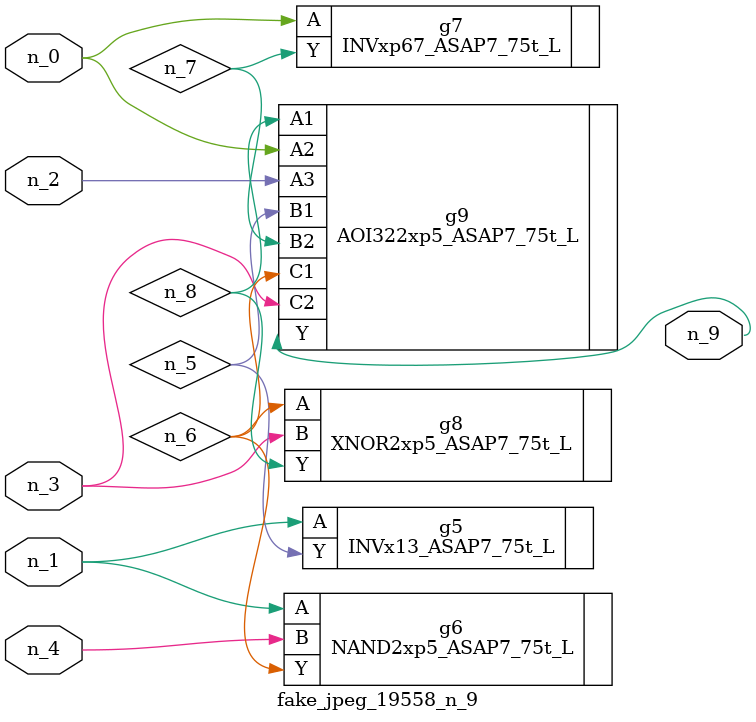
<source format=v>
module fake_jpeg_19558_n_9 (n_3, n_2, n_1, n_0, n_4, n_9);

input n_3;
input n_2;
input n_1;
input n_0;
input n_4;

output n_9;

wire n_8;
wire n_6;
wire n_5;
wire n_7;

INVx13_ASAP7_75t_L g5 ( 
.A(n_1),
.Y(n_5)
);

NAND2xp5_ASAP7_75t_L g6 ( 
.A(n_1),
.B(n_4),
.Y(n_6)
);

INVxp67_ASAP7_75t_L g7 ( 
.A(n_0),
.Y(n_7)
);

XNOR2xp5_ASAP7_75t_L g8 ( 
.A(n_6),
.B(n_3),
.Y(n_8)
);

AOI322xp5_ASAP7_75t_L g9 ( 
.A1(n_8),
.A2(n_0),
.A3(n_2),
.B1(n_5),
.B2(n_7),
.C1(n_6),
.C2(n_3),
.Y(n_9)
);


endmodule
</source>
